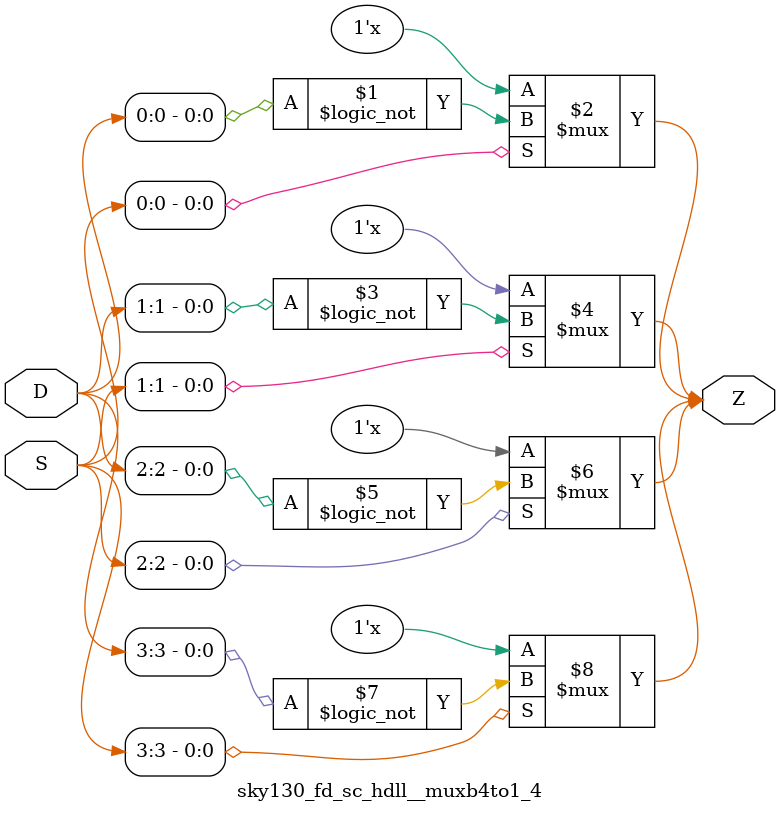
<source format=v>
/*
 * Copyright 2020 The SkyWater PDK Authors
 *
 * Licensed under the Apache License, Version 2.0 (the "License");
 * you may not use this file except in compliance with the License.
 * You may obtain a copy of the License at
 *
 *     https://www.apache.org/licenses/LICENSE-2.0
 *
 * Unless required by applicable law or agreed to in writing, software
 * distributed under the License is distributed on an "AS IS" BASIS,
 * WITHOUT WARRANTIES OR CONDITIONS OF ANY KIND, either express or implied.
 * See the License for the specific language governing permissions and
 * limitations under the License.
 *
 * SPDX-License-Identifier: Apache-2.0
*/


`ifndef SKY130_FD_SC_HDLL__MUXB4TO1_4_FUNCTIONAL_V
`define SKY130_FD_SC_HDLL__MUXB4TO1_4_FUNCTIONAL_V

/**
 * muxb4to1: Buffered 4-input multiplexer.
 *
 * Verilog simulation functional model.
 */

`timescale 1ns / 1ps
`default_nettype none

`celldefine
module sky130_fd_sc_hdll__muxb4to1_4 (
    Z,
    D,
    S
);

    // Module ports
    output       Z;
    input  [3:0] D;
    input  [3:0] S;

    //     Name     Output  Other arguments
    bufif1 bufif10 (Z     , !D[0], S[0]    );
    bufif1 bufif11 (Z     , !D[1], S[1]    );
    bufif1 bufif12 (Z     , !D[2], S[2]    );
    bufif1 bufif13 (Z     , !D[3], S[3]    );

endmodule
`endcelldefine

`default_nettype wire
`endif  // SKY130_FD_SC_HDLL__MUXB4TO1_4_FUNCTIONAL_V

</source>
